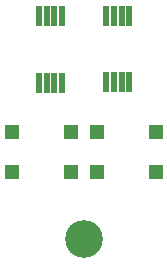
<source format=gbs>
G04 ---------------------------- Layer name :BOTTOM SOLDER LAYER*
G04 easyEDA 0.1*
G04 Scale: 100 percent, Rotated: No, Reflected: No *
G04 Dimensions in inches *
G04 leading zeros omitted , absolute positions ,2 integer and 4 * 
%FSLAX24Y24*%
%MOIN*%
G90*
G70D02*

%ADD12R,0.021780X0.067055*%
%ADD13C,0.126110*%
%ADD15R,0.051307X0.051307*%

%LPD*%
G54D12*
G01X1497Y8922D03*
G01X2268Y8922D03*
G01X2016Y8922D03*
G01X1765Y8922D03*
G01X1497Y6708D03*
G01X2268Y6708D03*
G01X2016Y6708D03*
G01X1764Y6708D03*
G01X3745Y8927D03*
G01X4517Y8927D03*
G01X4265Y8927D03*
G01X4013Y8927D03*
G01X3745Y6713D03*
G01X4517Y6713D03*
G01X4265Y6713D03*
G01X4013Y6713D03*
G54D13*
G01X3000Y1500D03*
G54D15*
G01X597Y5069D03*
G01X597Y3730D03*
G01X2566Y5069D03*
G01X2566Y3730D03*
G01X3436Y5072D03*
G01X3436Y3733D03*
G01X5404Y5072D03*
G01X5405Y3733D03*

M00*
M02*
</source>
